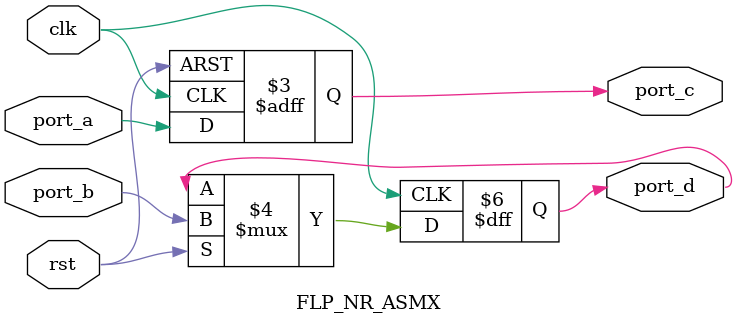
<source format=v>
module FLP_NR_ASMX (clk, rst, port_a, port_b, port_c, port_d);
   input clk;
   input rst;
   input port_a;
   input port_b;
   output port_c,port_d;
   reg port_c;
   reg port_d;
   always @(posedge clk or negedge rst)
   if (rst==1'b0)
   port_c <= 1'b0;
   else
   begin
      port_c <= port_a;
      port_d <= port_b;
   end
endmodule

</source>
